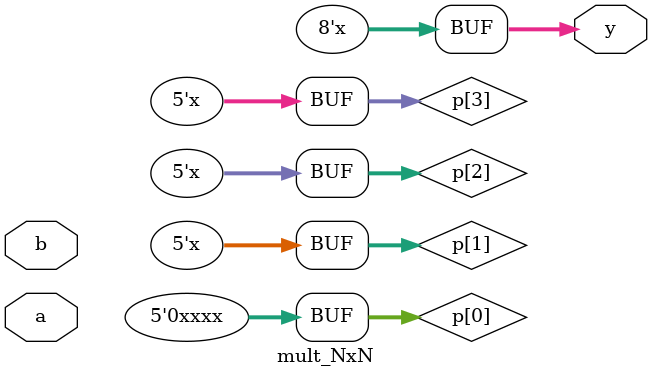
<source format=v>
module mult_NxN (a, b, y);

parameter N = 4;

input [N-1:0] a;
input [N-1:0] b;

output[2*N-1:0] y;

wire [N-1:0] m [0:N-1];
wire [N:0] p [0:N-1];

genvar i;
generate
for(i=0; i<N; i=i+1)
begin:mults
assign m[i] = a[i] ? b : 0;
end
endgenerate

assign p[0] = { 1'b0, m[0] };

genvar j;
generate
for(j=1; j<N; j=j+1)
begin : pmults
assign y[j-1] = p[j-1][0];
assign p[j] = m[j] + p[j-1][N:1];
end
endgenerate

assign y[2*N-1:N-1] = p[N-1];

endmodule
</source>
